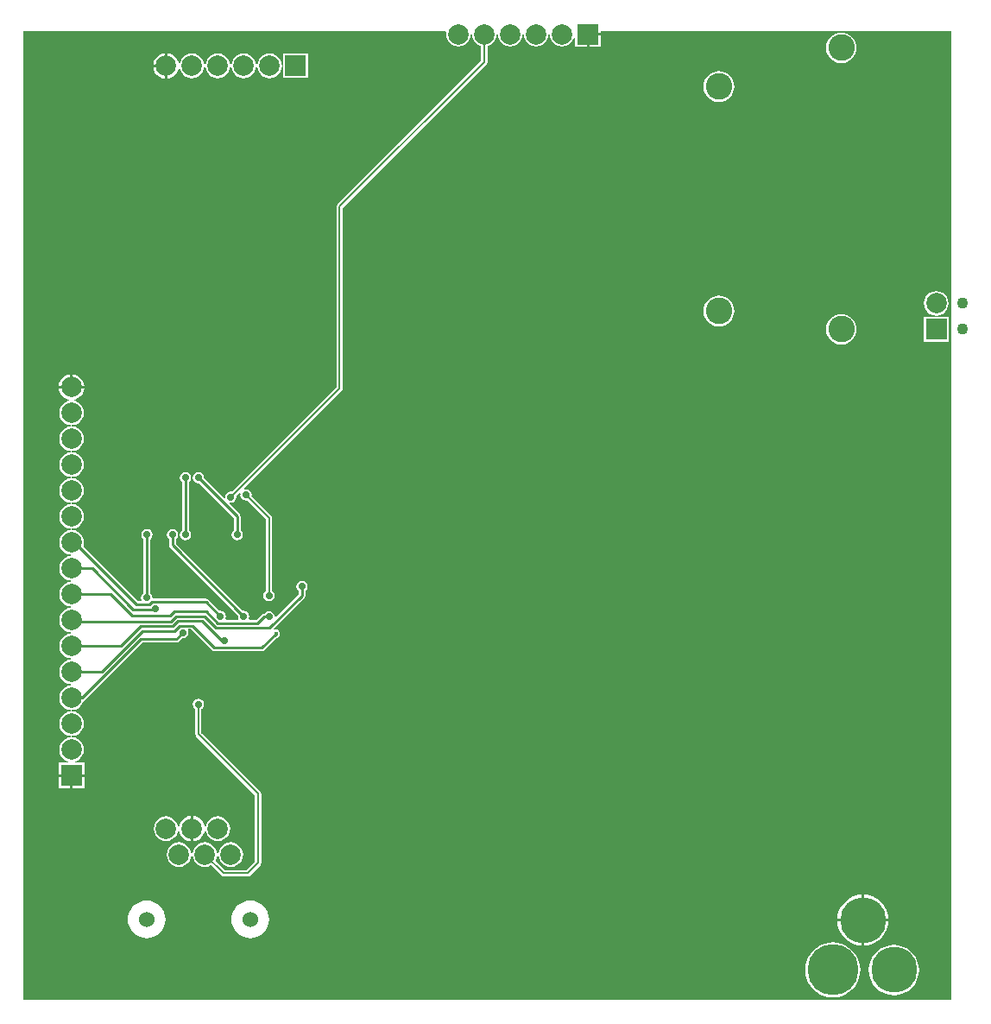
<source format=gbl>
%FSLAX44Y44*%
%MOMM*%
G71*
G01*
G75*
G04 Layer_Physical_Order=2*
G04 Layer_Color=16711680*
%ADD10R,1.1000X1.0000*%
%ADD11R,1.2500X1.1000*%
%ADD12R,1.0000X1.1000*%
%ADD13R,0.6000X0.7000*%
%ADD14O,0.6000X2.0000*%
%ADD15R,0.6000X2.0000*%
%ADD16R,1.6800X1.5200*%
%ADD17R,0.7000X0.6000*%
%ADD18O,0.5100X1.2700*%
%ADD19R,0.5100X1.2700*%
%ADD20R,1.7800X3.5600*%
%ADD21R,1.1000X1.1000*%
%ADD22R,0.6000X1.1000*%
%ADD23O,0.6000X1.1000*%
%ADD24C,0.5000*%
%ADD25C,0.2540*%
%ADD26C,0.2000*%
%ADD27C,0.3000*%
%ADD28C,0.6000*%
%ADD29C,1.0000*%
%ADD30C,1.5000*%
%ADD31C,2.0000*%
%ADD32C,2.6000*%
%ADD33R,2.0000X2.0000*%
%ADD34C,2.0000*%
%ADD35C,1.1000*%
%ADD36C,1.5240*%
%ADD37R,2.0000X2.0000*%
%ADD38C,4.5000*%
%ADD39C,5.0000*%
%ADD40C,0.4000*%
%ADD41C,0.7000*%
%ADD42C,1.0000*%
G36*
X910000Y0D02*
X0D01*
Y950000D01*
X413568D01*
X414668Y948730D01*
X414396Y946670D01*
X414809Y943537D01*
X416018Y940618D01*
X417942Y938111D01*
X420448Y936188D01*
X423367Y934979D01*
X426500Y934566D01*
X429633Y934979D01*
X432552Y936188D01*
X435059Y938111D01*
X436982Y940618D01*
X438191Y943537D01*
X438559Y946336D01*
X439841D01*
X440209Y943537D01*
X441418Y940618D01*
X443341Y938111D01*
X445848Y936188D01*
X448767Y934979D01*
X448841Y934969D01*
Y920676D01*
X307837Y779672D01*
X307174Y778680D01*
X306941Y777510D01*
X306941Y777509D01*
Y600827D01*
X204269Y498155D01*
X203200Y498368D01*
X201054Y497941D01*
X199235Y496725D01*
X198019Y494906D01*
X197592Y492760D01*
X197737Y492035D01*
X196566Y491409D01*
X176910Y511065D01*
X177058Y511810D01*
X176631Y513956D01*
X175415Y515775D01*
X173596Y516991D01*
X171450Y517418D01*
X169304Y516991D01*
X167485Y515775D01*
X166269Y513956D01*
X165842Y511810D01*
X166269Y509664D01*
X167485Y507845D01*
X169304Y506629D01*
X171450Y506202D01*
X172195Y506350D01*
X206216Y472329D01*
Y460317D01*
X205585Y459895D01*
X204369Y458076D01*
X203942Y455930D01*
X204369Y453784D01*
X205585Y451965D01*
X207404Y450749D01*
X209550Y450322D01*
X211696Y450749D01*
X213515Y451965D01*
X214731Y453784D01*
X215158Y455930D01*
X214731Y458076D01*
X213515Y459895D01*
X212884Y460317D01*
Y473710D01*
X212630Y474986D01*
X211908Y476068D01*
X201849Y486126D01*
X202475Y487297D01*
X203200Y487152D01*
X205346Y487579D01*
X207165Y488795D01*
X208381Y490614D01*
X208808Y492760D01*
X208595Y493829D01*
X211741Y496975D01*
X212911Y496349D01*
X212619Y494879D01*
X213045Y492733D01*
X214261Y490914D01*
X216080Y489698D01*
X218226Y489271D01*
X219296Y489484D01*
X237606Y471173D01*
Y400811D01*
X236700Y400205D01*
X235484Y398386D01*
X235057Y396240D01*
X235484Y394094D01*
X236700Y392275D01*
X238519Y391059D01*
X240665Y390632D01*
X242811Y391059D01*
X244630Y392275D01*
X245846Y394094D01*
X246273Y396240D01*
X245846Y398386D01*
X244630Y400205D01*
X243724Y400811D01*
Y472440D01*
X243491Y473611D01*
X243225Y474008D01*
X242828Y474603D01*
X242828Y474603D01*
X223621Y493810D01*
X223834Y494879D01*
X223407Y497025D01*
X222192Y498844D01*
X220372Y500060D01*
X218226Y500486D01*
X216756Y500194D01*
X216130Y501364D01*
X312163Y597397D01*
X312163Y597397D01*
X312826Y598390D01*
X313059Y599560D01*
X313059Y599560D01*
Y776243D01*
X454063Y917247D01*
X454063Y917247D01*
X454726Y918239D01*
X454959Y919409D01*
Y934969D01*
X455033Y934979D01*
X457952Y936188D01*
X460458Y938111D01*
X462382Y940618D01*
X463591Y943537D01*
X463960Y946336D01*
X465241D01*
X465609Y943537D01*
X466818Y940618D01*
X468741Y938111D01*
X471248Y936188D01*
X474167Y934979D01*
X477300Y934566D01*
X480433Y934979D01*
X483352Y936188D01*
X485858Y938111D01*
X487782Y940618D01*
X488991Y943537D01*
X489360Y946336D01*
X490640D01*
X491009Y943537D01*
X492218Y940618D01*
X494142Y938111D01*
X496648Y936188D01*
X499567Y934979D01*
X502700Y934566D01*
X505833Y934979D01*
X508752Y936188D01*
X511259Y938111D01*
X513182Y940618D01*
X514391Y943537D01*
X514759Y946336D01*
X516040D01*
X516409Y943537D01*
X517618Y940618D01*
X519542Y938111D01*
X522048Y936188D01*
X524967Y934979D01*
X528100Y934566D01*
X531233Y934979D01*
X534152Y936188D01*
X536659Y938111D01*
X538582Y940618D01*
X539690Y943293D01*
X540960Y943040D01*
Y934130D01*
X552230D01*
Y946670D01*
X553500D01*
Y947940D01*
X566040D01*
Y950000D01*
X910000D01*
Y0D01*
D02*
G37*
%LPC*%
G36*
X166370Y180121D02*
Y167640D01*
Y155159D01*
X168374Y155423D01*
X171424Y156686D01*
X174044Y158696D01*
X176054Y161316D01*
X177317Y164366D01*
X177432Y165237D01*
X178713D01*
X178809Y164507D01*
X180018Y161588D01*
X181942Y159081D01*
X184448Y157158D01*
X187367Y155949D01*
X190500Y155536D01*
X193633Y155949D01*
X196552Y157158D01*
X199058Y159081D01*
X200982Y161588D01*
X202191Y164507D01*
X202604Y167640D01*
X202191Y170773D01*
X200982Y173692D01*
X199058Y176199D01*
X196552Y178122D01*
X193633Y179331D01*
X190500Y179744D01*
X187367Y179331D01*
X184448Y178122D01*
X181942Y176199D01*
X180018Y173692D01*
X178809Y170773D01*
X178713Y170043D01*
X177432D01*
X177317Y170914D01*
X176054Y173964D01*
X174044Y176584D01*
X171424Y178594D01*
X168374Y179857D01*
X166370Y180121D01*
D02*
G37*
G36*
X171450Y295088D02*
X169304Y294661D01*
X167485Y293445D01*
X166269Y291626D01*
X165842Y289480D01*
X166269Y287334D01*
X167485Y285515D01*
X168391Y284909D01*
Y260491D01*
X168391Y260491D01*
X168624Y259321D01*
X169287Y258328D01*
X226941Y200674D01*
Y135267D01*
X218733Y127059D01*
X197307D01*
X188237Y136129D01*
X188282Y136188D01*
X189491Y139107D01*
X189785Y141336D01*
Y141336D01*
X189860Y141905D01*
X189867D01*
X189909D01*
X189982D01*
X191018D01*
X191091D01*
X191133D01*
X191140D01*
X191215Y141336D01*
D01*
X191509Y139107D01*
X192718Y136188D01*
X194641Y133681D01*
X197148Y131758D01*
X200067Y130549D01*
X203200Y130136D01*
X206333Y130549D01*
X209252Y131758D01*
X211758Y133681D01*
X213682Y136188D01*
X214891Y139107D01*
X215304Y142240D01*
X214891Y145373D01*
X213682Y148292D01*
X211758Y150799D01*
X209252Y152722D01*
X206333Y153931D01*
X203200Y154344D01*
X200067Y153931D01*
X197148Y152722D01*
X194641Y150799D01*
X192718Y148292D01*
X191509Y145373D01*
X191215Y143144D01*
Y143144D01*
X191140Y142575D01*
X191133D01*
X191091D01*
X191018D01*
X189982D01*
X189909D01*
X189867D01*
X189860D01*
X189785Y143144D01*
D01*
X189491Y145373D01*
X188282Y148292D01*
X186359Y150799D01*
X183852Y152722D01*
X180933Y153931D01*
X177800Y154344D01*
X174667Y153931D01*
X171748Y152722D01*
X169242Y150799D01*
X167318Y148292D01*
X166109Y145373D01*
X165816Y143144D01*
Y143144D01*
X165740Y142575D01*
X165733D01*
X165692D01*
X165618D01*
X164582D01*
X164508D01*
X164467D01*
X164460D01*
X164384Y143144D01*
D01*
X164091Y145373D01*
X162882Y148292D01*
X160958Y150799D01*
X158452Y152722D01*
X155533Y153931D01*
X152400Y154344D01*
X149267Y153931D01*
X146348Y152722D01*
X143841Y150799D01*
X141918Y148292D01*
X140709Y145373D01*
X140296Y142240D01*
X140709Y139107D01*
X141918Y136188D01*
X143841Y133681D01*
X146348Y131758D01*
X149267Y130549D01*
X152400Y130136D01*
X155533Y130549D01*
X158452Y131758D01*
X160958Y133681D01*
X162882Y136188D01*
X164091Y139107D01*
X164384Y141336D01*
Y141336D01*
X164460Y141905D01*
X164467D01*
X164508D01*
X164582D01*
X165618D01*
X165692D01*
X165733D01*
X165740D01*
X165816Y141336D01*
D01*
X166109Y139107D01*
X167318Y136188D01*
X169242Y133681D01*
X171748Y131758D01*
X174667Y130549D01*
X177800Y130136D01*
X180933Y130549D01*
X183852Y131758D01*
X183911Y131803D01*
X193877Y121837D01*
X194869Y121174D01*
X196040Y120941D01*
X196040Y120941D01*
X220000D01*
X220000Y120941D01*
X221171Y121174D01*
X222163Y121837D01*
X232163Y131837D01*
X232163Y131837D01*
X232826Y132830D01*
X233059Y134000D01*
Y201941D01*
X232826Y203112D01*
X232163Y204104D01*
X174509Y261758D01*
Y284909D01*
X175415Y285515D01*
X176631Y287334D01*
X177058Y289480D01*
X176631Y291626D01*
X175415Y293445D01*
X173596Y294661D01*
X171450Y295088D01*
D02*
G37*
G36*
X824383Y103053D02*
Y79287D01*
X848149D01*
X847791Y82926D01*
X846359Y87646D01*
X844034Y91996D01*
X840905Y95809D01*
X837092Y98938D01*
X832742Y101263D01*
X828022Y102695D01*
X824383Y103053D01*
D02*
G37*
G36*
X163830Y180121D02*
X161826Y179857D01*
X158776Y178594D01*
X156156Y176584D01*
X154146Y173964D01*
X152883Y170914D01*
X152768Y170043D01*
X151487D01*
X151391Y170773D01*
X150182Y173692D01*
X148258Y176199D01*
X145752Y178122D01*
X142833Y179331D01*
X139700Y179744D01*
X136567Y179331D01*
X133648Y178122D01*
X131142Y176199D01*
X129218Y173692D01*
X128009Y170773D01*
X127596Y167640D01*
X128009Y164507D01*
X129218Y161588D01*
X131142Y159081D01*
X133648Y157158D01*
X136567Y155949D01*
X139700Y155536D01*
X142833Y155949D01*
X145752Y157158D01*
X148258Y159081D01*
X150182Y161588D01*
X151391Y164507D01*
X151487Y165237D01*
X152768D01*
X152883Y164366D01*
X154146Y161316D01*
X156156Y158696D01*
X158776Y156686D01*
X161826Y155423D01*
X163830Y155159D01*
Y167640D01*
Y180121D01*
D02*
G37*
G36*
X59471Y599440D02*
X34509D01*
X34773Y597436D01*
X36036Y594386D01*
X38046Y591766D01*
X40666Y589756D01*
X43716Y588493D01*
X44587Y588378D01*
Y587097D01*
X43857Y587001D01*
X40938Y585792D01*
X38431Y583868D01*
X36508Y581362D01*
X35299Y578443D01*
X34886Y575310D01*
X35299Y572177D01*
X36508Y569258D01*
X38431Y566752D01*
X40938Y564828D01*
X43857Y563619D01*
X46086Y563326D01*
X46086D01*
X46656Y563250D01*
Y563243D01*
Y563201D01*
Y563128D01*
Y562092D01*
Y562019D01*
Y561977D01*
Y561970D01*
X46086Y561894D01*
D01*
X43857Y561601D01*
X40938Y560392D01*
X38431Y558469D01*
X36508Y555962D01*
X35299Y553043D01*
X34886Y549910D01*
X35299Y546777D01*
X36508Y543858D01*
X38431Y541352D01*
X40938Y539428D01*
X43857Y538219D01*
X46086Y537925D01*
X46086D01*
X46656Y537850D01*
Y537843D01*
Y537802D01*
Y537728D01*
Y536692D01*
Y536618D01*
Y536577D01*
Y536570D01*
X46086Y536494D01*
D01*
X43857Y536201D01*
X40938Y534992D01*
X38431Y533069D01*
X36508Y530562D01*
X35299Y527643D01*
X34886Y524510D01*
X35299Y521377D01*
X36508Y518458D01*
X38431Y515951D01*
X40938Y514028D01*
X43857Y512819D01*
X46086Y512525D01*
X46086D01*
X46656Y512450D01*
Y512443D01*
Y512402D01*
Y512328D01*
Y511292D01*
Y511218D01*
Y511177D01*
Y511170D01*
X46086Y511095D01*
D01*
X43857Y510801D01*
X40938Y509592D01*
X38431Y507668D01*
X36508Y505162D01*
X35299Y502243D01*
X34886Y499110D01*
X35299Y495977D01*
X36508Y493058D01*
X38431Y490551D01*
X40938Y488628D01*
X43857Y487419D01*
X46086Y487126D01*
X46086D01*
X46656Y487050D01*
Y487043D01*
Y487001D01*
Y486928D01*
Y485892D01*
Y485818D01*
Y485777D01*
Y485770D01*
X46086Y485695D01*
D01*
X43857Y485401D01*
X40938Y484192D01*
X38431Y482268D01*
X36508Y479762D01*
X35299Y476843D01*
X34886Y473710D01*
X35299Y470577D01*
X36508Y467658D01*
X38431Y465151D01*
X40938Y463228D01*
X43857Y462019D01*
X46086Y461726D01*
X46086D01*
X46656Y461650D01*
Y461643D01*
Y461601D01*
Y461528D01*
Y460492D01*
Y460419D01*
Y460377D01*
Y460370D01*
X46086Y460294D01*
D01*
X43857Y460001D01*
X40938Y458792D01*
X38431Y456869D01*
X36508Y454362D01*
X35299Y451443D01*
X34886Y448310D01*
X35299Y445177D01*
X36508Y442258D01*
X38431Y439752D01*
X40938Y437828D01*
X43857Y436619D01*
X46086Y436325D01*
X46086D01*
X46656Y436250D01*
Y436243D01*
Y436202D01*
Y436128D01*
Y435092D01*
Y435019D01*
Y434977D01*
Y434970D01*
X46086Y434894D01*
D01*
X43857Y434601D01*
X40938Y433392D01*
X38431Y431469D01*
X36508Y428962D01*
X35299Y426043D01*
X34886Y422910D01*
X35299Y419777D01*
X36508Y416858D01*
X38431Y414352D01*
X40938Y412428D01*
X43857Y411219D01*
X46086Y410925D01*
X46086D01*
X46656Y410850D01*
Y410843D01*
Y410802D01*
Y410728D01*
Y409692D01*
Y409618D01*
Y409577D01*
Y409570D01*
X46086Y409495D01*
D01*
X43857Y409201D01*
X40938Y407992D01*
X38431Y406068D01*
X36508Y403562D01*
X35299Y400643D01*
X34886Y397510D01*
X35299Y394377D01*
X36508Y391458D01*
X38431Y388951D01*
X40938Y387028D01*
X43857Y385819D01*
X46086Y385526D01*
X46086D01*
X46656Y385450D01*
Y385443D01*
Y385401D01*
Y385328D01*
Y384292D01*
Y384218D01*
Y384177D01*
Y384170D01*
X46086Y384095D01*
D01*
X43857Y383801D01*
X40938Y382592D01*
X38431Y380668D01*
X36508Y378162D01*
X35299Y375243D01*
X34886Y372110D01*
X35299Y368977D01*
X36508Y366058D01*
X38431Y363551D01*
X40938Y361628D01*
X43857Y360419D01*
X46086Y360126D01*
X46086D01*
X46656Y360050D01*
Y360043D01*
Y360001D01*
Y359928D01*
Y358892D01*
Y358819D01*
Y358777D01*
Y358770D01*
X46086Y358694D01*
D01*
X43857Y358401D01*
X40938Y357192D01*
X38431Y355269D01*
X36508Y352762D01*
X35299Y349843D01*
X34886Y346710D01*
X35299Y343577D01*
X36508Y340658D01*
X38431Y338152D01*
X40938Y336228D01*
X43857Y335019D01*
X46086Y334725D01*
X46086D01*
X46656Y334650D01*
Y334643D01*
Y334602D01*
Y334528D01*
Y333492D01*
Y333419D01*
Y333377D01*
Y333370D01*
X46086Y333294D01*
D01*
X43857Y333001D01*
X40938Y331792D01*
X38431Y329869D01*
X36508Y327362D01*
X35299Y324443D01*
X34886Y321310D01*
X35299Y318177D01*
X36508Y315258D01*
X38431Y312752D01*
X40938Y310828D01*
X43857Y309619D01*
X46086Y309326D01*
X46086D01*
X46656Y309250D01*
Y309243D01*
Y309202D01*
Y309128D01*
Y308092D01*
Y308018D01*
Y307977D01*
Y307970D01*
X46086Y307894D01*
D01*
X43857Y307601D01*
X40938Y306392D01*
X38431Y304468D01*
X36508Y301962D01*
X35299Y299043D01*
X34886Y295910D01*
X35299Y292777D01*
X36508Y289858D01*
X38431Y287351D01*
X40938Y285428D01*
X43857Y284219D01*
X46086Y283925D01*
X46086D01*
X46656Y283850D01*
Y283843D01*
Y283801D01*
Y283728D01*
Y282692D01*
Y282619D01*
Y282577D01*
Y282570D01*
X46086Y282495D01*
D01*
X43857Y282201D01*
X40938Y280992D01*
X38431Y279069D01*
X36508Y276562D01*
X35299Y273643D01*
X34886Y270510D01*
X35299Y267377D01*
X36508Y264458D01*
X38431Y261952D01*
X40938Y260028D01*
X43857Y258819D01*
X46086Y258526D01*
X46086D01*
X46656Y258450D01*
Y258443D01*
Y258402D01*
Y258328D01*
Y257292D01*
Y257218D01*
Y257177D01*
Y257170D01*
X46086Y257094D01*
D01*
X43857Y256801D01*
X40938Y255592D01*
X38431Y253668D01*
X36508Y251162D01*
X35299Y248243D01*
X34886Y245110D01*
X35299Y241977D01*
X36508Y239058D01*
X38431Y236551D01*
X40938Y234628D01*
X43613Y233520D01*
X43361Y232250D01*
X34450D01*
Y220980D01*
X59530D01*
Y232250D01*
X50620D01*
X50367Y233520D01*
X53042Y234628D01*
X55549Y236551D01*
X57472Y239058D01*
X58681Y241977D01*
X59094Y245110D01*
X58681Y248243D01*
X57472Y251162D01*
X55549Y253668D01*
X53042Y255592D01*
X50123Y256801D01*
X47894Y257094D01*
X47894D01*
X47325Y257170D01*
Y257177D01*
Y257218D01*
Y257292D01*
Y258328D01*
Y258402D01*
Y258443D01*
Y258450D01*
X47894Y258526D01*
D01*
X50123Y258819D01*
X53042Y260028D01*
X55549Y261952D01*
X57472Y264458D01*
X58681Y267377D01*
X59094Y270510D01*
X58681Y273643D01*
X57472Y276562D01*
X55549Y279069D01*
X53042Y280992D01*
X50123Y282201D01*
X47894Y282495D01*
X47894D01*
X47325Y282570D01*
Y282577D01*
Y282619D01*
Y282692D01*
Y283728D01*
Y283801D01*
Y283843D01*
Y283850D01*
X47894Y283925D01*
D01*
X50123Y284219D01*
X53042Y285428D01*
X55549Y287351D01*
X57472Y289858D01*
X58681Y292777D01*
X58688Y292831D01*
X59767Y293552D01*
X116411Y350196D01*
X149770D01*
X151046Y350450D01*
X152128Y351172D01*
X155456Y354501D01*
X156000Y354392D01*
X158146Y354819D01*
X159965Y356035D01*
X161181Y357854D01*
X161608Y360000D01*
X161181Y362146D01*
X161067Y362316D01*
X161666Y363436D01*
X163979D01*
X184772Y342643D01*
X185854Y341920D01*
X187130Y341666D01*
X233676D01*
X234952Y341920D01*
X236034Y342643D01*
X248295Y354903D01*
X249061Y355056D01*
X250384Y355940D01*
X251268Y357263D01*
X251578Y358824D01*
X251268Y360384D01*
X250384Y361707D01*
X249061Y362592D01*
X247500Y362902D01*
X245939Y362592D01*
X245859Y362538D01*
X245050Y363525D01*
X275408Y393882D01*
X276130Y394964D01*
X276384Y396240D01*
Y400743D01*
X277015Y401165D01*
X278231Y402984D01*
X278658Y405130D01*
X278231Y407276D01*
X277015Y409095D01*
X275196Y410311D01*
X273050Y410738D01*
X270904Y410311D01*
X269085Y409095D01*
X267869Y407276D01*
X267442Y405130D01*
X267869Y402984D01*
X269085Y401165D01*
X269716Y400743D01*
Y397621D01*
X247491Y375396D01*
X246158Y375860D01*
X245846Y377431D01*
X244630Y379250D01*
X242811Y380466D01*
X240665Y380893D01*
X238519Y380466D01*
X236700Y379250D01*
X236278Y378619D01*
X235585D01*
X234309Y378365D01*
X233227Y377643D01*
X228069Y372484D01*
X221566D01*
X220967Y373604D01*
X221081Y373774D01*
X221508Y375920D01*
X221081Y378066D01*
X219865Y379885D01*
X218046Y381101D01*
X215900Y381528D01*
X215155Y381380D01*
X149384Y447151D01*
Y451543D01*
X150015Y451965D01*
X151231Y453784D01*
X151658Y455930D01*
X151231Y458076D01*
X150015Y459895D01*
X148196Y461111D01*
X146050Y461538D01*
X143904Y461111D01*
X142085Y459895D01*
X140869Y458076D01*
X140442Y455930D01*
X140869Y453784D01*
X142085Y451965D01*
X142716Y451543D01*
Y445770D01*
X142970Y444494D01*
X143693Y443413D01*
X210440Y376665D01*
X210292Y375920D01*
X210719Y373774D01*
X210833Y373604D01*
X210234Y372484D01*
X198706D01*
X198107Y373604D01*
X198221Y373774D01*
X198648Y375920D01*
X198221Y378066D01*
X197005Y379885D01*
X195186Y381101D01*
X193040Y381528D01*
X192295Y381380D01*
X181548Y392127D01*
X180466Y392850D01*
X179190Y393104D01*
X127374D01*
X126258Y394000D01*
X125831Y396146D01*
X124615Y397965D01*
X123984Y398387D01*
Y451379D01*
X124965Y452035D01*
X126181Y453854D01*
X126608Y456000D01*
X126181Y458146D01*
X124965Y459965D01*
X123146Y461181D01*
X121000Y461608D01*
X118854Y461181D01*
X117035Y459965D01*
X115819Y458146D01*
X115392Y456000D01*
X115819Y453854D01*
X117035Y452035D01*
X117316Y451847D01*
Y398387D01*
X116685Y397965D01*
X115469Y396146D01*
X115042Y394000D01*
X115469Y391854D01*
X115583Y391684D01*
X114984Y390564D01*
X111901D01*
X58273Y444192D01*
X58681Y445177D01*
X59094Y448310D01*
X58681Y451443D01*
X57472Y454362D01*
X55549Y456869D01*
X53042Y458792D01*
X50123Y460001D01*
X47894Y460294D01*
X47894D01*
X47325Y460370D01*
Y460377D01*
Y460419D01*
Y460492D01*
Y461528D01*
Y461601D01*
Y461643D01*
Y461650D01*
X47894Y461726D01*
D01*
X50123Y462019D01*
X53042Y463228D01*
X55549Y465151D01*
X57472Y467658D01*
X58681Y470577D01*
X59094Y473710D01*
X58681Y476843D01*
X57472Y479762D01*
X55549Y482268D01*
X53042Y484192D01*
X50123Y485401D01*
X47894Y485695D01*
X47894D01*
X47325Y485770D01*
Y485777D01*
Y485818D01*
Y485892D01*
Y486928D01*
Y487001D01*
Y487043D01*
Y487050D01*
X47894Y487126D01*
D01*
X50123Y487419D01*
X53042Y488628D01*
X55549Y490551D01*
X57472Y493058D01*
X58681Y495977D01*
X59094Y499110D01*
X58681Y502243D01*
X57472Y505162D01*
X55549Y507668D01*
X53042Y509592D01*
X50123Y510801D01*
X47894Y511095D01*
X47894D01*
X47325Y511170D01*
Y511177D01*
Y511218D01*
Y511292D01*
Y512328D01*
Y512402D01*
Y512443D01*
Y512450D01*
X47894Y512525D01*
D01*
X50123Y512819D01*
X53042Y514028D01*
X55549Y515951D01*
X57472Y518458D01*
X58681Y521377D01*
X59094Y524510D01*
X58681Y527643D01*
X57472Y530562D01*
X55549Y533069D01*
X53042Y534992D01*
X50123Y536201D01*
X47894Y536494D01*
X47894D01*
X47325Y536570D01*
Y536577D01*
Y536618D01*
Y536692D01*
Y537728D01*
Y537802D01*
Y537843D01*
Y537850D01*
X47894Y537925D01*
D01*
X50123Y538219D01*
X53042Y539428D01*
X55549Y541352D01*
X57472Y543858D01*
X58681Y546777D01*
X59094Y549910D01*
X58681Y553043D01*
X57472Y555962D01*
X55549Y558469D01*
X53042Y560392D01*
X50123Y561601D01*
X47894Y561894D01*
X47894D01*
X47325Y561970D01*
Y561977D01*
Y562019D01*
Y562092D01*
Y563128D01*
Y563201D01*
Y563243D01*
Y563250D01*
X47894Y563326D01*
D01*
X50123Y563619D01*
X53042Y564828D01*
X55549Y566752D01*
X57472Y569258D01*
X58681Y572177D01*
X59094Y575310D01*
X58681Y578443D01*
X57472Y581362D01*
X55549Y583868D01*
X53042Y585792D01*
X50123Y587001D01*
X49393Y587097D01*
Y588378D01*
X50264Y588493D01*
X53314Y589756D01*
X55934Y591766D01*
X57944Y594386D01*
X59207Y597436D01*
X59471Y599440D01*
D02*
G37*
G36*
X59530Y218440D02*
X48260D01*
Y207170D01*
X59530D01*
Y218440D01*
D02*
G37*
G36*
X45720D02*
X34450D01*
Y207170D01*
X45720D01*
Y218440D01*
D02*
G37*
G36*
X821843Y76747D02*
X798077D01*
X798436Y73108D01*
X799867Y68388D01*
X802193Y64038D01*
X805322Y60225D01*
X809134Y57096D01*
X813484Y54771D01*
X818204Y53339D01*
X821843Y52981D01*
Y76747D01*
D02*
G37*
G36*
X853613Y53636D02*
X848810Y53163D01*
X844192Y51762D01*
X839936Y49487D01*
X836205Y46425D01*
X833144Y42694D01*
X830869Y38438D01*
X829468Y33820D01*
X828995Y29017D01*
X829468Y24214D01*
X830869Y19596D01*
X833144Y15340D01*
X836205Y11609D01*
X839936Y8547D01*
X844192Y6273D01*
X848810Y4872D01*
X853613Y4399D01*
X858416Y4872D01*
X863034Y6273D01*
X867290Y8547D01*
X871021Y11609D01*
X874083Y15340D01*
X876358Y19596D01*
X877759Y24214D01*
X878232Y29017D01*
X877759Y33820D01*
X876358Y38438D01*
X874083Y42694D01*
X871021Y46425D01*
X867290Y49487D01*
X863034Y51762D01*
X858416Y53163D01*
X853613Y53636D01*
D02*
G37*
G36*
X793613Y56101D02*
X789376Y55767D01*
X785244Y54775D01*
X781318Y53149D01*
X777694Y50928D01*
X774462Y48168D01*
X771702Y44936D01*
X769482Y41313D01*
X767855Y37386D01*
X766863Y33254D01*
X766530Y29017D01*
X766863Y24780D01*
X767855Y20648D01*
X769482Y16721D01*
X771702Y13098D01*
X774462Y9866D01*
X777694Y7106D01*
X781318Y4886D01*
X785244Y3259D01*
X789376Y2267D01*
X793613Y1934D01*
X797850Y2267D01*
X801982Y3259D01*
X805909Y4886D01*
X809532Y7106D01*
X812764Y9866D01*
X815524Y13098D01*
X817745Y16721D01*
X819371Y20648D01*
X820363Y24780D01*
X820697Y29017D01*
X820363Y33254D01*
X819371Y37386D01*
X817745Y41313D01*
X815524Y44936D01*
X812764Y48168D01*
X809532Y50928D01*
X805909Y53149D01*
X801982Y54775D01*
X797850Y55767D01*
X793613Y56101D01*
D02*
G37*
G36*
X848149Y76747D02*
X824383D01*
Y52981D01*
X828022Y53339D01*
X832742Y54771D01*
X837092Y57096D01*
X840905Y60225D01*
X844034Y64038D01*
X846359Y68388D01*
X847791Y73108D01*
X848149Y76747D01*
D02*
G37*
G36*
X821843Y103053D02*
X818204Y102695D01*
X813484Y101263D01*
X809134Y98938D01*
X805322Y95809D01*
X802193Y91996D01*
X799867Y87646D01*
X798436Y82926D01*
X798077Y79287D01*
X821843D01*
Y103053D01*
D02*
G37*
G36*
X222300Y97229D02*
X218673Y96872D01*
X215186Y95815D01*
X211972Y94097D01*
X209155Y91785D01*
X206843Y88968D01*
X205126Y85754D01*
X204068Y82267D01*
X203710Y78640D01*
X204068Y75013D01*
X205126Y71526D01*
X206843Y68312D01*
X209155Y65495D01*
X211972Y63183D01*
X215186Y61466D01*
X218673Y60408D01*
X222300Y60051D01*
X225927Y60408D01*
X229414Y61466D01*
X232628Y63183D01*
X235445Y65495D01*
X237757Y68312D01*
X239475Y71526D01*
X240532Y75013D01*
X240889Y78640D01*
X240532Y82267D01*
X239475Y85754D01*
X237757Y88968D01*
X235445Y91785D01*
X232628Y94097D01*
X229414Y95815D01*
X225927Y96872D01*
X222300Y97229D01*
D02*
G37*
G36*
X120700D02*
X117073Y96872D01*
X113586Y95815D01*
X110372Y94097D01*
X107555Y91785D01*
X105243Y88968D01*
X103525Y85754D01*
X102468Y82267D01*
X102111Y78640D01*
X102468Y75013D01*
X103525Y71526D01*
X105243Y68312D01*
X107555Y65495D01*
X110372Y63183D01*
X113586Y61466D01*
X117073Y60408D01*
X120700Y60051D01*
X124327Y60408D01*
X127814Y61466D01*
X131028Y63183D01*
X133845Y65495D01*
X136157Y68312D01*
X137874Y71526D01*
X138932Y75013D01*
X139290Y78640D01*
X138932Y82267D01*
X137874Y85754D01*
X136157Y88968D01*
X133845Y91785D01*
X131028Y94097D01*
X127814Y95815D01*
X124327Y96872D01*
X120700Y97229D01*
D02*
G37*
G36*
X140970Y928151D02*
Y915670D01*
Y903189D01*
X142974Y903453D01*
X146024Y904716D01*
X148644Y906726D01*
X150654Y909346D01*
X151917Y912396D01*
X152032Y913267D01*
X153313D01*
X153409Y912537D01*
X154618Y909618D01*
X156542Y907112D01*
X159048Y905188D01*
X161967Y903979D01*
X165100Y903566D01*
X168233Y903979D01*
X171152Y905188D01*
X173659Y907112D01*
X175582Y909618D01*
X176791Y912537D01*
X177085Y914766D01*
Y914766D01*
X177160Y915335D01*
X177167D01*
X177208D01*
X177282D01*
X178318D01*
X178391D01*
X178433D01*
X178440D01*
X178515Y914766D01*
D01*
X178809Y912537D01*
X180018Y909618D01*
X181942Y907112D01*
X184448Y905188D01*
X187367Y903979D01*
X190500Y903566D01*
X193633Y903979D01*
X196552Y905188D01*
X199058Y907112D01*
X200982Y909618D01*
X202191Y912537D01*
X202484Y914766D01*
Y914766D01*
X202560Y915335D01*
X202567D01*
X202609D01*
X202682D01*
X203718D01*
X203792D01*
X203833D01*
X203840D01*
X203916Y914766D01*
D01*
X204209Y912537D01*
X205418Y909618D01*
X207341Y907112D01*
X209848Y905188D01*
X212767Y903979D01*
X215900Y903566D01*
X219033Y903979D01*
X221952Y905188D01*
X224459Y907112D01*
X226382Y909618D01*
X227591Y912537D01*
X227885Y914766D01*
Y914766D01*
X227960Y915335D01*
X227967D01*
X228008D01*
X228082D01*
X229118D01*
X229191D01*
X229233D01*
X229240D01*
X229315Y914766D01*
D01*
X229609Y912537D01*
X230818Y909618D01*
X232742Y907112D01*
X235248Y905188D01*
X238167Y903979D01*
X241300Y903566D01*
X244433Y903979D01*
X247352Y905188D01*
X249858Y907112D01*
X251782Y909618D01*
X252991Y912537D01*
X253404Y915670D01*
X252991Y918803D01*
X251782Y921722D01*
X249858Y924229D01*
X247352Y926152D01*
X244433Y927361D01*
X241300Y927774D01*
X238167Y927361D01*
X235248Y926152D01*
X232742Y924229D01*
X230818Y921722D01*
X229609Y918803D01*
X229315Y916574D01*
Y916574D01*
X229240Y916004D01*
X229233D01*
X229191D01*
X229118D01*
X228082D01*
X228008D01*
X227967D01*
X227960D01*
X227885Y916574D01*
D01*
X227591Y918803D01*
X226382Y921722D01*
X224459Y924229D01*
X221952Y926152D01*
X219033Y927361D01*
X215900Y927774D01*
X212767Y927361D01*
X209848Y926152D01*
X207341Y924229D01*
X205418Y921722D01*
X204209Y918803D01*
X203916Y916574D01*
Y916574D01*
X203840Y916004D01*
X203833D01*
X203792D01*
X203718D01*
X202682D01*
X202609D01*
X202567D01*
X202560D01*
X202484Y916574D01*
D01*
X202191Y918803D01*
X200982Y921722D01*
X199058Y924229D01*
X196552Y926152D01*
X193633Y927361D01*
X190500Y927774D01*
X187367Y927361D01*
X184448Y926152D01*
X181942Y924229D01*
X180018Y921722D01*
X178809Y918803D01*
X178515Y916574D01*
Y916574D01*
X178440Y916004D01*
X178433D01*
X178391D01*
X178318D01*
X177282D01*
X177208D01*
X177167D01*
X177160D01*
X177085Y916574D01*
D01*
X176791Y918803D01*
X175582Y921722D01*
X173659Y924229D01*
X171152Y926152D01*
X168233Y927361D01*
X165100Y927774D01*
X161967Y927361D01*
X159048Y926152D01*
X156542Y924229D01*
X154618Y921722D01*
X153409Y918803D01*
X153313Y918073D01*
X152032D01*
X151917Y918944D01*
X150654Y921994D01*
X148644Y924614D01*
X146024Y926624D01*
X142974Y927887D01*
X140970Y928151D01*
D02*
G37*
G36*
X138430Y914400D02*
X127219D01*
X127483Y912396D01*
X128746Y909346D01*
X130756Y906726D01*
X133376Y904716D01*
X136426Y903453D01*
X138430Y903189D01*
Y914400D01*
D02*
G37*
G36*
X682000Y910408D02*
X679059Y910118D01*
X676232Y909261D01*
X673626Y907868D01*
X671342Y905993D01*
X669468Y903709D01*
X668075Y901103D01*
X667217Y898276D01*
X666927Y895335D01*
X667217Y892395D01*
X668075Y889567D01*
X669468Y886962D01*
X671342Y884677D01*
X673626Y882803D01*
X676232Y881410D01*
X679059Y880552D01*
X682000Y880263D01*
X684940Y880552D01*
X687768Y881410D01*
X690374Y882803D01*
X692658Y884677D01*
X694532Y886962D01*
X695925Y889567D01*
X696783Y892395D01*
X697073Y895335D01*
X696783Y898276D01*
X695925Y901103D01*
X694532Y903709D01*
X692658Y905993D01*
X690374Y907868D01*
X687768Y909261D01*
X684940Y910118D01*
X682000Y910408D01*
D02*
G37*
G36*
X278700Y927670D02*
X254700D01*
Y903670D01*
X278700D01*
Y927670D01*
D02*
G37*
G36*
X566040Y945400D02*
X554770D01*
Y934130D01*
X566040D01*
Y945400D01*
D02*
G37*
G36*
X802000Y948408D02*
X799060Y948118D01*
X796232Y947261D01*
X793626Y945868D01*
X791342Y943993D01*
X789468Y941709D01*
X788075Y939103D01*
X787217Y936276D01*
X786927Y933335D01*
X787217Y930395D01*
X788075Y927567D01*
X789468Y924961D01*
X791342Y922677D01*
X793626Y920803D01*
X796232Y919410D01*
X799060Y918552D01*
X802000Y918263D01*
X804940Y918552D01*
X807768Y919410D01*
X810374Y920803D01*
X812658Y922677D01*
X814532Y924961D01*
X815925Y927567D01*
X816783Y930395D01*
X817073Y933335D01*
X816783Y936276D01*
X815925Y939103D01*
X814532Y941709D01*
X812658Y943993D01*
X810374Y945868D01*
X807768Y947261D01*
X804940Y948118D01*
X802000Y948408D01*
D02*
G37*
G36*
X138430Y928151D02*
X136426Y927887D01*
X133376Y926624D01*
X130756Y924614D01*
X128746Y921994D01*
X127483Y918944D01*
X127219Y916940D01*
X138430D01*
Y928151D01*
D02*
G37*
G36*
X48260Y613191D02*
Y601980D01*
X59471D01*
X59207Y603984D01*
X57944Y607034D01*
X55934Y609654D01*
X53314Y611664D01*
X50264Y612927D01*
X48260Y613191D01*
D02*
G37*
G36*
X45720D02*
X43716Y612927D01*
X40666Y611664D01*
X38046Y609654D01*
X36036Y607034D01*
X34773Y603984D01*
X34509Y601980D01*
X45720D01*
Y613191D01*
D02*
G37*
G36*
X158750Y517418D02*
X156604Y516991D01*
X154785Y515775D01*
X153569Y513956D01*
X153142Y511810D01*
X153569Y509664D01*
X154785Y507845D01*
X155416Y507423D01*
Y460317D01*
X154785Y459895D01*
X153569Y458076D01*
X153142Y455930D01*
X153569Y453784D01*
X154785Y451965D01*
X156604Y450749D01*
X158750Y450322D01*
X160896Y450749D01*
X162715Y451965D01*
X163931Y453784D01*
X164358Y455930D01*
X163931Y458076D01*
X162715Y459895D01*
X162084Y460317D01*
Y507423D01*
X162715Y507845D01*
X163931Y509664D01*
X164358Y511810D01*
X163931Y513956D01*
X162715Y515775D01*
X160896Y516991D01*
X158750Y517418D01*
D02*
G37*
G36*
X802000Y672408D02*
X799060Y672118D01*
X796232Y671261D01*
X793626Y669868D01*
X791342Y667993D01*
X789468Y665709D01*
X788075Y663103D01*
X787217Y660276D01*
X786927Y657335D01*
X787217Y654395D01*
X788075Y651567D01*
X789468Y648961D01*
X791342Y646677D01*
X793626Y644803D01*
X796232Y643410D01*
X799060Y642552D01*
X802000Y642263D01*
X804940Y642552D01*
X807768Y643410D01*
X810374Y644803D01*
X812658Y646677D01*
X814532Y648961D01*
X815925Y651567D01*
X816783Y654395D01*
X817073Y657335D01*
X816783Y660276D01*
X815925Y663103D01*
X814532Y665709D01*
X812658Y667993D01*
X810374Y669868D01*
X807768Y671261D01*
X804940Y672118D01*
X802000Y672408D01*
D02*
G37*
G36*
X895070Y694855D02*
X891937Y694443D01*
X889018Y693234D01*
X886512Y691310D01*
X884588Y688803D01*
X883379Y685884D01*
X882966Y682752D01*
X883379Y679619D01*
X884588Y676700D01*
X886512Y674193D01*
X889018Y672270D01*
X891937Y671061D01*
X895070Y670648D01*
X898203Y671061D01*
X901122Y672270D01*
X903628Y674193D01*
X905552Y676700D01*
X906761Y679619D01*
X907173Y682752D01*
X906761Y685884D01*
X905552Y688803D01*
X903628Y691310D01*
X901122Y693234D01*
X898203Y694443D01*
X895070Y694855D01*
D02*
G37*
G36*
X682000Y690408D02*
X679059Y690118D01*
X676232Y689261D01*
X673626Y687868D01*
X671342Y685993D01*
X669468Y683709D01*
X668075Y681103D01*
X667217Y678276D01*
X666927Y675335D01*
X667217Y672395D01*
X668075Y669567D01*
X669468Y666962D01*
X671342Y664677D01*
X673626Y662803D01*
X676232Y661410D01*
X679059Y660552D01*
X682000Y660263D01*
X684940Y660552D01*
X687768Y661410D01*
X690374Y662803D01*
X692658Y664677D01*
X694532Y666962D01*
X695925Y669567D01*
X696783Y672395D01*
X697073Y675335D01*
X696783Y678276D01*
X695925Y681103D01*
X694532Y683709D01*
X692658Y685993D01*
X690374Y687868D01*
X687768Y689261D01*
X684940Y690118D01*
X682000Y690408D01*
D02*
G37*
G36*
X907070Y669352D02*
X883070D01*
Y645352D01*
X907070D01*
Y669352D01*
D02*
G37*
%LPD*%
D25*
X233676Y345000D02*
X247500Y358824D01*
X187130Y345000D02*
X233676D01*
X188355Y364610D02*
X241420D01*
X194195Y352350D02*
X196850D01*
X175235Y371310D02*
X194195Y352350D01*
X178996Y380390D02*
X190236Y369150D01*
X177115Y375850D02*
X188355Y364610D01*
X165360Y366770D02*
X187130Y345000D01*
X153196Y366770D02*
X165360D01*
X148086Y361660D02*
X153196Y366770D01*
X116740Y361660D02*
X148086D01*
X151315Y371310D02*
X175235D01*
X149435Y375850D02*
X177115D01*
X147554Y380390D02*
X178996D01*
X48360Y370740D02*
X144325D01*
X143394Y376230D02*
X147554Y380390D01*
X106729Y376230D02*
X143394D01*
X144325Y370740D02*
X149435Y375850D01*
X146205Y366200D02*
X151315Y371310D01*
X114859Y366200D02*
X146205D01*
X156000Y359760D02*
Y360000D01*
X149770Y353530D02*
X156000Y359760D01*
X95369Y346710D02*
X114859Y366200D01*
X76389Y321310D02*
X116740Y361660D01*
X46990Y372110D02*
X48360Y370740D01*
X102150Y380810D02*
X106729Y376230D01*
X107530Y382690D02*
X128690D01*
X67310Y422910D02*
X107530Y382690D01*
X110520Y387230D02*
X123656D01*
X49440Y448310D02*
X110520Y387230D01*
X102150Y380810D02*
Y380850D01*
X85490Y397510D02*
X102150Y380850D01*
X46990Y448310D02*
X49440D01*
X179190Y389770D02*
X193040Y375920D01*
X126196Y389770D02*
X179190D01*
X123656Y387230D02*
X126196Y389770D01*
X128690Y382690D02*
X129000Y383000D01*
X115030Y353530D02*
X149770D01*
X57410Y295910D02*
X115030Y353530D01*
X46990Y346710D02*
X95369D01*
X46990Y321310D02*
X76389D01*
X46990Y295910D02*
X57410D01*
X120650Y394000D02*
Y455650D01*
X121000Y456000D01*
X229450Y369150D02*
X235585Y375285D01*
X213096Y369150D02*
X229450D01*
X190236D02*
X213096D01*
X46990Y397510D02*
X85490D01*
X46990Y422910D02*
X67310D01*
X171450Y511810D02*
X209550Y473710D01*
Y455930D02*
Y473710D01*
X146050Y445770D02*
Y455930D01*
Y445770D02*
X215900Y375920D01*
X158750Y455930D02*
Y511810D01*
X235585Y375285D02*
X240665D01*
X273050Y396240D02*
Y405130D01*
X241420Y364610D02*
X273050Y396240D01*
D26*
X171450Y260491D02*
Y289480D01*
Y260491D02*
X230000Y201941D01*
Y134000D02*
Y201941D01*
X203200Y492760D02*
X310000Y599560D01*
Y777510D01*
X451900Y919409D01*
Y946670D01*
X240665Y396240D02*
Y472440D01*
X218226Y494879D02*
X240665Y472440D01*
X177800Y142240D02*
X196040Y124000D01*
X220000D01*
X230000Y134000D01*
D32*
X802000Y657335D02*
D03*
Y933335D02*
D03*
X682000Y895335D02*
D03*
Y675335D02*
D03*
D33*
X895070Y657352D02*
D03*
X46990Y219710D02*
D03*
D34*
X895070Y682752D02*
D03*
X139700Y167640D02*
D03*
X152400Y142240D02*
D03*
X177800D02*
D03*
X165100Y167640D02*
D03*
X190500D02*
D03*
X203200Y142240D02*
D03*
X426500Y946670D02*
D03*
X451900D02*
D03*
X477300D02*
D03*
X502700D02*
D03*
X528100D02*
D03*
X46990Y245110D02*
D03*
Y270510D02*
D03*
Y295910D02*
D03*
Y321310D02*
D03*
Y346710D02*
D03*
Y372110D02*
D03*
Y397510D02*
D03*
Y422910D02*
D03*
Y448310D02*
D03*
Y473710D02*
D03*
Y499110D02*
D03*
Y524510D02*
D03*
Y549910D02*
D03*
Y575310D02*
D03*
Y600710D02*
D03*
X241300Y915670D02*
D03*
X215900D02*
D03*
X190500D02*
D03*
X165100D02*
D03*
X139700D02*
D03*
D35*
X920470Y682752D02*
D03*
Y657352D02*
D03*
D36*
X120700Y78640D02*
D03*
X222300D02*
D03*
D37*
X553500Y946670D02*
D03*
X266700Y915670D02*
D03*
D38*
X853613Y29017D02*
D03*
X823113Y78017D02*
D03*
D39*
X793613Y29017D02*
D03*
D40*
X247500Y358824D02*
D03*
D41*
X171450Y289480D02*
D03*
X102250Y503714D02*
D03*
Y520500D02*
D03*
Y486928D02*
D03*
X152480Y410288D02*
D03*
X845889Y131797D02*
D03*
X896351Y217967D02*
D03*
X156000Y360000D02*
D03*
X129000Y383000D02*
D03*
X120650Y394000D02*
D03*
X121000Y456000D02*
D03*
X229405Y713338D02*
D03*
X263391D02*
D03*
X325330Y284646D02*
D03*
X240665Y396240D02*
D03*
X159684Y777510D02*
D03*
X203517D02*
D03*
X545552Y773002D02*
D03*
X506912D02*
D03*
X222163Y310000D02*
D03*
X250750Y405000D02*
D03*
X234315Y507250D02*
D03*
X268605D02*
D03*
X171450Y497536D02*
D03*
X218226Y494879D02*
D03*
X203200Y492760D02*
D03*
X171450Y511810D02*
D03*
X209550Y455930D02*
D03*
X146050D02*
D03*
X215900Y375920D02*
D03*
X158750Y455930D02*
D03*
Y511810D02*
D03*
X193040Y375920D02*
D03*
X240665Y375285D02*
D03*
X196850Y352350D02*
D03*
X273050Y405130D02*
D03*
D42*
X612500Y591000D02*
D03*
X654000D02*
D03*
X695500D02*
D03*
X682000Y215000D02*
D03*
M02*

</source>
